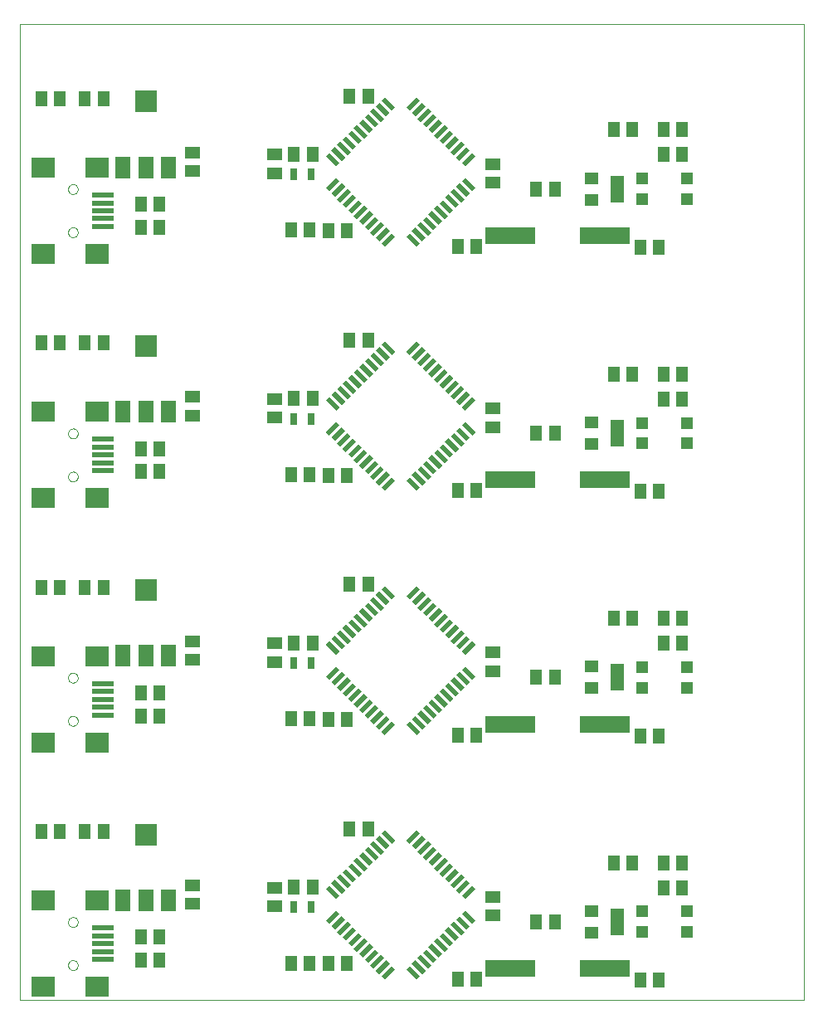
<source format=gtp>
G75*
G70*
%OFA0B0*%
%FSLAX24Y24*%
%IPPOS*%
%LPD*%
%AMOC8*
5,1,8,0,0,1.08239X$1,22.5*
%
%ADD10C,0.0000*%
%ADD11R,0.0591X0.0197*%
%ADD12R,0.0197X0.0591*%
%ADD13R,0.0512X0.0591*%
%ADD14R,0.0591X0.0512*%
%ADD15R,0.0512X0.0630*%
%ADD16R,0.0945X0.0787*%
%ADD17R,0.0909X0.0197*%
%ADD18R,0.2000X0.0700*%
%ADD19R,0.0315X0.0472*%
%ADD20R,0.0600X0.0900*%
%ADD21R,0.0900X0.0900*%
%ADD22R,0.0472X0.0472*%
%ADD23R,0.0551X0.1102*%
%ADD24R,0.0551X0.0472*%
D10*
X000202Y000141D02*
X000202Y039324D01*
X031698Y039324D01*
X031698Y000141D01*
X000202Y000141D01*
X002148Y001525D02*
X002150Y001552D01*
X002156Y001579D01*
X002165Y001605D01*
X002178Y001629D01*
X002194Y001652D01*
X002213Y001671D01*
X002235Y001688D01*
X002259Y001702D01*
X002284Y001712D01*
X002311Y001719D01*
X002338Y001722D01*
X002366Y001721D01*
X002393Y001716D01*
X002419Y001708D01*
X002443Y001696D01*
X002466Y001680D01*
X002487Y001662D01*
X002504Y001641D01*
X002519Y001617D01*
X002530Y001592D01*
X002538Y001566D01*
X002542Y001539D01*
X002542Y001511D01*
X002538Y001484D01*
X002530Y001458D01*
X002519Y001433D01*
X002504Y001409D01*
X002487Y001388D01*
X002466Y001370D01*
X002444Y001354D01*
X002419Y001342D01*
X002393Y001334D01*
X002366Y001329D01*
X002338Y001328D01*
X002311Y001331D01*
X002284Y001338D01*
X002259Y001348D01*
X002235Y001362D01*
X002213Y001379D01*
X002194Y001398D01*
X002178Y001421D01*
X002165Y001445D01*
X002156Y001471D01*
X002150Y001498D01*
X002148Y001525D01*
X002148Y003257D02*
X002150Y003284D01*
X002156Y003311D01*
X002165Y003337D01*
X002178Y003361D01*
X002194Y003384D01*
X002213Y003403D01*
X002235Y003420D01*
X002259Y003434D01*
X002284Y003444D01*
X002311Y003451D01*
X002338Y003454D01*
X002366Y003453D01*
X002393Y003448D01*
X002419Y003440D01*
X002443Y003428D01*
X002466Y003412D01*
X002487Y003394D01*
X002504Y003373D01*
X002519Y003349D01*
X002530Y003324D01*
X002538Y003298D01*
X002542Y003271D01*
X002542Y003243D01*
X002538Y003216D01*
X002530Y003190D01*
X002519Y003165D01*
X002504Y003141D01*
X002487Y003120D01*
X002466Y003102D01*
X002444Y003086D01*
X002419Y003074D01*
X002393Y003066D01*
X002366Y003061D01*
X002338Y003060D01*
X002311Y003063D01*
X002284Y003070D01*
X002259Y003080D01*
X002235Y003094D01*
X002213Y003111D01*
X002194Y003130D01*
X002178Y003153D01*
X002165Y003177D01*
X002156Y003203D01*
X002150Y003230D01*
X002148Y003257D01*
X002148Y011337D02*
X002150Y011364D01*
X002156Y011391D01*
X002165Y011417D01*
X002178Y011441D01*
X002194Y011464D01*
X002213Y011483D01*
X002235Y011500D01*
X002259Y011514D01*
X002284Y011524D01*
X002311Y011531D01*
X002338Y011534D01*
X002366Y011533D01*
X002393Y011528D01*
X002419Y011520D01*
X002443Y011508D01*
X002466Y011492D01*
X002487Y011474D01*
X002504Y011453D01*
X002519Y011429D01*
X002530Y011404D01*
X002538Y011378D01*
X002542Y011351D01*
X002542Y011323D01*
X002538Y011296D01*
X002530Y011270D01*
X002519Y011245D01*
X002504Y011221D01*
X002487Y011200D01*
X002466Y011182D01*
X002444Y011166D01*
X002419Y011154D01*
X002393Y011146D01*
X002366Y011141D01*
X002338Y011140D01*
X002311Y011143D01*
X002284Y011150D01*
X002259Y011160D01*
X002235Y011174D01*
X002213Y011191D01*
X002194Y011210D01*
X002178Y011233D01*
X002165Y011257D01*
X002156Y011283D01*
X002150Y011310D01*
X002148Y011337D01*
X002148Y013070D02*
X002150Y013097D01*
X002156Y013124D01*
X002165Y013150D01*
X002178Y013174D01*
X002194Y013197D01*
X002213Y013216D01*
X002235Y013233D01*
X002259Y013247D01*
X002284Y013257D01*
X002311Y013264D01*
X002338Y013267D01*
X002366Y013266D01*
X002393Y013261D01*
X002419Y013253D01*
X002443Y013241D01*
X002466Y013225D01*
X002487Y013207D01*
X002504Y013186D01*
X002519Y013162D01*
X002530Y013137D01*
X002538Y013111D01*
X002542Y013084D01*
X002542Y013056D01*
X002538Y013029D01*
X002530Y013003D01*
X002519Y012978D01*
X002504Y012954D01*
X002487Y012933D01*
X002466Y012915D01*
X002444Y012899D01*
X002419Y012887D01*
X002393Y012879D01*
X002366Y012874D01*
X002338Y012873D01*
X002311Y012876D01*
X002284Y012883D01*
X002259Y012893D01*
X002235Y012907D01*
X002213Y012924D01*
X002194Y012943D01*
X002178Y012966D01*
X002165Y012990D01*
X002156Y013016D01*
X002150Y013043D01*
X002148Y013070D01*
X002148Y021150D02*
X002150Y021177D01*
X002156Y021204D01*
X002165Y021230D01*
X002178Y021254D01*
X002194Y021277D01*
X002213Y021296D01*
X002235Y021313D01*
X002259Y021327D01*
X002284Y021337D01*
X002311Y021344D01*
X002338Y021347D01*
X002366Y021346D01*
X002393Y021341D01*
X002419Y021333D01*
X002443Y021321D01*
X002466Y021305D01*
X002487Y021287D01*
X002504Y021266D01*
X002519Y021242D01*
X002530Y021217D01*
X002538Y021191D01*
X002542Y021164D01*
X002542Y021136D01*
X002538Y021109D01*
X002530Y021083D01*
X002519Y021058D01*
X002504Y021034D01*
X002487Y021013D01*
X002466Y020995D01*
X002444Y020979D01*
X002419Y020967D01*
X002393Y020959D01*
X002366Y020954D01*
X002338Y020953D01*
X002311Y020956D01*
X002284Y020963D01*
X002259Y020973D01*
X002235Y020987D01*
X002213Y021004D01*
X002194Y021023D01*
X002178Y021046D01*
X002165Y021070D01*
X002156Y021096D01*
X002150Y021123D01*
X002148Y021150D01*
X002148Y022882D02*
X002150Y022909D01*
X002156Y022936D01*
X002165Y022962D01*
X002178Y022986D01*
X002194Y023009D01*
X002213Y023028D01*
X002235Y023045D01*
X002259Y023059D01*
X002284Y023069D01*
X002311Y023076D01*
X002338Y023079D01*
X002366Y023078D01*
X002393Y023073D01*
X002419Y023065D01*
X002443Y023053D01*
X002466Y023037D01*
X002487Y023019D01*
X002504Y022998D01*
X002519Y022974D01*
X002530Y022949D01*
X002538Y022923D01*
X002542Y022896D01*
X002542Y022868D01*
X002538Y022841D01*
X002530Y022815D01*
X002519Y022790D01*
X002504Y022766D01*
X002487Y022745D01*
X002466Y022727D01*
X002444Y022711D01*
X002419Y022699D01*
X002393Y022691D01*
X002366Y022686D01*
X002338Y022685D01*
X002311Y022688D01*
X002284Y022695D01*
X002259Y022705D01*
X002235Y022719D01*
X002213Y022736D01*
X002194Y022755D01*
X002178Y022778D01*
X002165Y022802D01*
X002156Y022828D01*
X002150Y022855D01*
X002148Y022882D01*
X002148Y030962D02*
X002150Y030989D01*
X002156Y031016D01*
X002165Y031042D01*
X002178Y031066D01*
X002194Y031089D01*
X002213Y031108D01*
X002235Y031125D01*
X002259Y031139D01*
X002284Y031149D01*
X002311Y031156D01*
X002338Y031159D01*
X002366Y031158D01*
X002393Y031153D01*
X002419Y031145D01*
X002443Y031133D01*
X002466Y031117D01*
X002487Y031099D01*
X002504Y031078D01*
X002519Y031054D01*
X002530Y031029D01*
X002538Y031003D01*
X002542Y030976D01*
X002542Y030948D01*
X002538Y030921D01*
X002530Y030895D01*
X002519Y030870D01*
X002504Y030846D01*
X002487Y030825D01*
X002466Y030807D01*
X002444Y030791D01*
X002419Y030779D01*
X002393Y030771D01*
X002366Y030766D01*
X002338Y030765D01*
X002311Y030768D01*
X002284Y030775D01*
X002259Y030785D01*
X002235Y030799D01*
X002213Y030816D01*
X002194Y030835D01*
X002178Y030858D01*
X002165Y030882D01*
X002156Y030908D01*
X002150Y030935D01*
X002148Y030962D01*
X002148Y032695D02*
X002150Y032722D01*
X002156Y032749D01*
X002165Y032775D01*
X002178Y032799D01*
X002194Y032822D01*
X002213Y032841D01*
X002235Y032858D01*
X002259Y032872D01*
X002284Y032882D01*
X002311Y032889D01*
X002338Y032892D01*
X002366Y032891D01*
X002393Y032886D01*
X002419Y032878D01*
X002443Y032866D01*
X002466Y032850D01*
X002487Y032832D01*
X002504Y032811D01*
X002519Y032787D01*
X002530Y032762D01*
X002538Y032736D01*
X002542Y032709D01*
X002542Y032681D01*
X002538Y032654D01*
X002530Y032628D01*
X002519Y032603D01*
X002504Y032579D01*
X002487Y032558D01*
X002466Y032540D01*
X002444Y032524D01*
X002419Y032512D01*
X002393Y032504D01*
X002366Y032499D01*
X002338Y032498D01*
X002311Y032501D01*
X002284Y032508D01*
X002259Y032518D01*
X002235Y032532D01*
X002213Y032549D01*
X002194Y032568D01*
X002178Y032591D01*
X002165Y032615D01*
X002156Y032641D01*
X002150Y032668D01*
X002148Y032695D01*
D11*
G36*
X013062Y033030D02*
X012646Y032614D01*
X012508Y032752D01*
X012924Y033168D01*
X013062Y033030D01*
G37*
G36*
X013285Y032807D02*
X012869Y032391D01*
X012731Y032529D01*
X013147Y032945D01*
X013285Y032807D01*
G37*
G36*
X013508Y032584D02*
X013092Y032168D01*
X012954Y032306D01*
X013370Y032722D01*
X013508Y032584D01*
G37*
G36*
X013730Y032362D02*
X013314Y031946D01*
X013176Y032084D01*
X013592Y032500D01*
X013730Y032362D01*
G37*
G36*
X013953Y032139D02*
X013537Y031723D01*
X013399Y031861D01*
X013815Y032277D01*
X013953Y032139D01*
G37*
G36*
X014176Y031916D02*
X013760Y031500D01*
X013622Y031638D01*
X014038Y032054D01*
X014176Y031916D01*
G37*
G36*
X014398Y031693D02*
X013982Y031277D01*
X013844Y031415D01*
X014260Y031831D01*
X014398Y031693D01*
G37*
G36*
X014621Y031471D02*
X014205Y031055D01*
X014067Y031193D01*
X014483Y031609D01*
X014621Y031471D01*
G37*
G36*
X014844Y031248D02*
X014428Y030832D01*
X014290Y030970D01*
X014706Y031386D01*
X014844Y031248D01*
G37*
G36*
X015067Y031025D02*
X014651Y030609D01*
X014513Y030747D01*
X014929Y031163D01*
X015067Y031025D01*
G37*
G36*
X015289Y030803D02*
X014873Y030387D01*
X014735Y030525D01*
X015151Y030941D01*
X015289Y030803D01*
G37*
G36*
X018296Y034255D02*
X017880Y033839D01*
X017742Y033977D01*
X018158Y034393D01*
X018296Y034255D01*
G37*
G36*
X018519Y034032D02*
X018103Y033616D01*
X017965Y033754D01*
X018381Y034170D01*
X018519Y034032D01*
G37*
G36*
X018073Y034477D02*
X017657Y034061D01*
X017519Y034199D01*
X017935Y034615D01*
X018073Y034477D01*
G37*
G36*
X017850Y034700D02*
X017434Y034284D01*
X017296Y034422D01*
X017712Y034838D01*
X017850Y034700D01*
G37*
G36*
X017628Y034923D02*
X017212Y034507D01*
X017074Y034645D01*
X017490Y035061D01*
X017628Y034923D01*
G37*
G36*
X017405Y035145D02*
X016989Y034729D01*
X016851Y034867D01*
X017267Y035283D01*
X017405Y035145D01*
G37*
G36*
X017182Y035368D02*
X016766Y034952D01*
X016628Y035090D01*
X017044Y035506D01*
X017182Y035368D01*
G37*
G36*
X016960Y035591D02*
X016544Y035175D01*
X016406Y035313D01*
X016822Y035729D01*
X016960Y035591D01*
G37*
G36*
X016737Y035814D02*
X016321Y035398D01*
X016183Y035536D01*
X016599Y035952D01*
X016737Y035814D01*
G37*
G36*
X016514Y036036D02*
X016098Y035620D01*
X015960Y035758D01*
X016376Y036174D01*
X016514Y036036D01*
G37*
G36*
X016291Y036259D02*
X015875Y035843D01*
X015737Y035981D01*
X016153Y036397D01*
X016291Y036259D01*
G37*
G36*
X016291Y026446D02*
X015875Y026030D01*
X015737Y026168D01*
X016153Y026584D01*
X016291Y026446D01*
G37*
G36*
X016514Y026224D02*
X016098Y025808D01*
X015960Y025946D01*
X016376Y026362D01*
X016514Y026224D01*
G37*
G36*
X016737Y026001D02*
X016321Y025585D01*
X016183Y025723D01*
X016599Y026139D01*
X016737Y026001D01*
G37*
G36*
X016960Y025778D02*
X016544Y025362D01*
X016406Y025500D01*
X016822Y025916D01*
X016960Y025778D01*
G37*
G36*
X017182Y025556D02*
X016766Y025140D01*
X016628Y025278D01*
X017044Y025694D01*
X017182Y025556D01*
G37*
G36*
X017405Y025333D02*
X016989Y024917D01*
X016851Y025055D01*
X017267Y025471D01*
X017405Y025333D01*
G37*
G36*
X017628Y025110D02*
X017212Y024694D01*
X017074Y024832D01*
X017490Y025248D01*
X017628Y025110D01*
G37*
G36*
X017850Y024888D02*
X017434Y024472D01*
X017296Y024610D01*
X017712Y025026D01*
X017850Y024888D01*
G37*
G36*
X018073Y024665D02*
X017657Y024249D01*
X017519Y024387D01*
X017935Y024803D01*
X018073Y024665D01*
G37*
G36*
X018296Y024442D02*
X017880Y024026D01*
X017742Y024164D01*
X018158Y024580D01*
X018296Y024442D01*
G37*
G36*
X018519Y024219D02*
X018103Y023803D01*
X017965Y023941D01*
X018381Y024357D01*
X018519Y024219D01*
G37*
G36*
X015289Y020990D02*
X014873Y020574D01*
X014735Y020712D01*
X015151Y021128D01*
X015289Y020990D01*
G37*
G36*
X015067Y021213D02*
X014651Y020797D01*
X014513Y020935D01*
X014929Y021351D01*
X015067Y021213D01*
G37*
G36*
X014844Y021435D02*
X014428Y021019D01*
X014290Y021157D01*
X014706Y021573D01*
X014844Y021435D01*
G37*
G36*
X014621Y021658D02*
X014205Y021242D01*
X014067Y021380D01*
X014483Y021796D01*
X014621Y021658D01*
G37*
G36*
X014398Y021881D02*
X013982Y021465D01*
X013844Y021603D01*
X014260Y022019D01*
X014398Y021881D01*
G37*
G36*
X014176Y022104D02*
X013760Y021688D01*
X013622Y021826D01*
X014038Y022242D01*
X014176Y022104D01*
G37*
G36*
X013953Y022326D02*
X013537Y021910D01*
X013399Y022048D01*
X013815Y022464D01*
X013953Y022326D01*
G37*
G36*
X013730Y022549D02*
X013314Y022133D01*
X013176Y022271D01*
X013592Y022687D01*
X013730Y022549D01*
G37*
G36*
X013508Y022772D02*
X013092Y022356D01*
X012954Y022494D01*
X013370Y022910D01*
X013508Y022772D01*
G37*
G36*
X013285Y022994D02*
X012869Y022578D01*
X012731Y022716D01*
X013147Y023132D01*
X013285Y022994D01*
G37*
G36*
X013062Y023217D02*
X012646Y022801D01*
X012508Y022939D01*
X012924Y023355D01*
X013062Y023217D01*
G37*
G36*
X016291Y016634D02*
X015875Y016218D01*
X015737Y016356D01*
X016153Y016772D01*
X016291Y016634D01*
G37*
G36*
X016514Y016411D02*
X016098Y015995D01*
X015960Y016133D01*
X016376Y016549D01*
X016514Y016411D01*
G37*
G36*
X016737Y016189D02*
X016321Y015773D01*
X016183Y015911D01*
X016599Y016327D01*
X016737Y016189D01*
G37*
G36*
X016960Y015966D02*
X016544Y015550D01*
X016406Y015688D01*
X016822Y016104D01*
X016960Y015966D01*
G37*
G36*
X017182Y015743D02*
X016766Y015327D01*
X016628Y015465D01*
X017044Y015881D01*
X017182Y015743D01*
G37*
G36*
X017405Y015520D02*
X016989Y015104D01*
X016851Y015242D01*
X017267Y015658D01*
X017405Y015520D01*
G37*
G36*
X017628Y015298D02*
X017212Y014882D01*
X017074Y015020D01*
X017490Y015436D01*
X017628Y015298D01*
G37*
G36*
X017850Y015075D02*
X017434Y014659D01*
X017296Y014797D01*
X017712Y015213D01*
X017850Y015075D01*
G37*
G36*
X018073Y014852D02*
X017657Y014436D01*
X017519Y014574D01*
X017935Y014990D01*
X018073Y014852D01*
G37*
G36*
X018296Y014630D02*
X017880Y014214D01*
X017742Y014352D01*
X018158Y014768D01*
X018296Y014630D01*
G37*
G36*
X018519Y014407D02*
X018103Y013991D01*
X017965Y014129D01*
X018381Y014545D01*
X018519Y014407D01*
G37*
G36*
X015289Y011178D02*
X014873Y010762D01*
X014735Y010900D01*
X015151Y011316D01*
X015289Y011178D01*
G37*
G36*
X015067Y011400D02*
X014651Y010984D01*
X014513Y011122D01*
X014929Y011538D01*
X015067Y011400D01*
G37*
G36*
X014844Y011623D02*
X014428Y011207D01*
X014290Y011345D01*
X014706Y011761D01*
X014844Y011623D01*
G37*
G36*
X014621Y011846D02*
X014205Y011430D01*
X014067Y011568D01*
X014483Y011984D01*
X014621Y011846D01*
G37*
G36*
X014398Y012068D02*
X013982Y011652D01*
X013844Y011790D01*
X014260Y012206D01*
X014398Y012068D01*
G37*
G36*
X014176Y012291D02*
X013760Y011875D01*
X013622Y012013D01*
X014038Y012429D01*
X014176Y012291D01*
G37*
G36*
X013953Y012514D02*
X013537Y012098D01*
X013399Y012236D01*
X013815Y012652D01*
X013953Y012514D01*
G37*
G36*
X013730Y012737D02*
X013314Y012321D01*
X013176Y012459D01*
X013592Y012875D01*
X013730Y012737D01*
G37*
G36*
X013508Y012959D02*
X013092Y012543D01*
X012954Y012681D01*
X013370Y013097D01*
X013508Y012959D01*
G37*
G36*
X013285Y013182D02*
X012869Y012766D01*
X012731Y012904D01*
X013147Y013320D01*
X013285Y013182D01*
G37*
G36*
X013062Y013405D02*
X012646Y012989D01*
X012508Y013127D01*
X012924Y013543D01*
X013062Y013405D01*
G37*
G36*
X016291Y006821D02*
X015875Y006405D01*
X015737Y006543D01*
X016153Y006959D01*
X016291Y006821D01*
G37*
G36*
X016514Y006599D02*
X016098Y006183D01*
X015960Y006321D01*
X016376Y006737D01*
X016514Y006599D01*
G37*
G36*
X016737Y006376D02*
X016321Y005960D01*
X016183Y006098D01*
X016599Y006514D01*
X016737Y006376D01*
G37*
G36*
X016960Y006153D02*
X016544Y005737D01*
X016406Y005875D01*
X016822Y006291D01*
X016960Y006153D01*
G37*
G36*
X017182Y005931D02*
X016766Y005515D01*
X016628Y005653D01*
X017044Y006069D01*
X017182Y005931D01*
G37*
G36*
X017405Y005708D02*
X016989Y005292D01*
X016851Y005430D01*
X017267Y005846D01*
X017405Y005708D01*
G37*
G36*
X017628Y005485D02*
X017212Y005069D01*
X017074Y005207D01*
X017490Y005623D01*
X017628Y005485D01*
G37*
G36*
X017850Y005263D02*
X017434Y004847D01*
X017296Y004985D01*
X017712Y005401D01*
X017850Y005263D01*
G37*
G36*
X018073Y005040D02*
X017657Y004624D01*
X017519Y004762D01*
X017935Y005178D01*
X018073Y005040D01*
G37*
G36*
X018296Y004817D02*
X017880Y004401D01*
X017742Y004539D01*
X018158Y004955D01*
X018296Y004817D01*
G37*
G36*
X018519Y004594D02*
X018103Y004178D01*
X017965Y004316D01*
X018381Y004732D01*
X018519Y004594D01*
G37*
G36*
X015289Y001365D02*
X014873Y000949D01*
X014735Y001087D01*
X015151Y001503D01*
X015289Y001365D01*
G37*
G36*
X015067Y001588D02*
X014651Y001172D01*
X014513Y001310D01*
X014929Y001726D01*
X015067Y001588D01*
G37*
G36*
X014844Y001810D02*
X014428Y001394D01*
X014290Y001532D01*
X014706Y001948D01*
X014844Y001810D01*
G37*
G36*
X014621Y002033D02*
X014205Y001617D01*
X014067Y001755D01*
X014483Y002171D01*
X014621Y002033D01*
G37*
G36*
X014398Y002256D02*
X013982Y001840D01*
X013844Y001978D01*
X014260Y002394D01*
X014398Y002256D01*
G37*
G36*
X014176Y002479D02*
X013760Y002063D01*
X013622Y002201D01*
X014038Y002617D01*
X014176Y002479D01*
G37*
G36*
X013953Y002701D02*
X013537Y002285D01*
X013399Y002423D01*
X013815Y002839D01*
X013953Y002701D01*
G37*
G36*
X013730Y002924D02*
X013314Y002508D01*
X013176Y002646D01*
X013592Y003062D01*
X013730Y002924D01*
G37*
G36*
X013508Y003147D02*
X013092Y002731D01*
X012954Y002869D01*
X013370Y003285D01*
X013508Y003147D01*
G37*
G36*
X013285Y003369D02*
X012869Y002953D01*
X012731Y003091D01*
X013147Y003507D01*
X013285Y003369D01*
G37*
G36*
X013062Y003592D02*
X012646Y003176D01*
X012508Y003314D01*
X012924Y003730D01*
X013062Y003592D01*
G37*
D12*
G36*
X013062Y004316D02*
X012924Y004178D01*
X012508Y004594D01*
X012646Y004732D01*
X013062Y004316D01*
G37*
G36*
X013285Y004539D02*
X013147Y004401D01*
X012731Y004817D01*
X012869Y004955D01*
X013285Y004539D01*
G37*
G36*
X013508Y004762D02*
X013370Y004624D01*
X012954Y005040D01*
X013092Y005178D01*
X013508Y004762D01*
G37*
G36*
X013730Y004985D02*
X013592Y004847D01*
X013176Y005263D01*
X013314Y005401D01*
X013730Y004985D01*
G37*
G36*
X013953Y005207D02*
X013815Y005069D01*
X013399Y005485D01*
X013537Y005623D01*
X013953Y005207D01*
G37*
G36*
X014176Y005430D02*
X014038Y005292D01*
X013622Y005708D01*
X013760Y005846D01*
X014176Y005430D01*
G37*
G36*
X014398Y005653D02*
X014260Y005515D01*
X013844Y005931D01*
X013982Y006069D01*
X014398Y005653D01*
G37*
G36*
X014621Y005875D02*
X014483Y005737D01*
X014067Y006153D01*
X014205Y006291D01*
X014621Y005875D01*
G37*
G36*
X014844Y006098D02*
X014706Y005960D01*
X014290Y006376D01*
X014428Y006514D01*
X014844Y006098D01*
G37*
G36*
X015067Y006321D02*
X014929Y006183D01*
X014513Y006599D01*
X014651Y006737D01*
X015067Y006321D01*
G37*
G36*
X015289Y006543D02*
X015151Y006405D01*
X014735Y006821D01*
X014873Y006959D01*
X015289Y006543D01*
G37*
G36*
X018519Y003314D02*
X018381Y003176D01*
X017965Y003592D01*
X018103Y003730D01*
X018519Y003314D01*
G37*
G36*
X018296Y003091D02*
X018158Y002953D01*
X017742Y003369D01*
X017880Y003507D01*
X018296Y003091D01*
G37*
G36*
X018073Y002869D02*
X017935Y002731D01*
X017519Y003147D01*
X017657Y003285D01*
X018073Y002869D01*
G37*
G36*
X017850Y002646D02*
X017712Y002508D01*
X017296Y002924D01*
X017434Y003062D01*
X017850Y002646D01*
G37*
G36*
X017628Y002423D02*
X017490Y002285D01*
X017074Y002701D01*
X017212Y002839D01*
X017628Y002423D01*
G37*
G36*
X017405Y002201D02*
X017267Y002063D01*
X016851Y002479D01*
X016989Y002617D01*
X017405Y002201D01*
G37*
G36*
X017182Y001978D02*
X017044Y001840D01*
X016628Y002256D01*
X016766Y002394D01*
X017182Y001978D01*
G37*
G36*
X016960Y001755D02*
X016822Y001617D01*
X016406Y002033D01*
X016544Y002171D01*
X016960Y001755D01*
G37*
G36*
X016737Y001532D02*
X016599Y001394D01*
X016183Y001810D01*
X016321Y001948D01*
X016737Y001532D01*
G37*
G36*
X016514Y001310D02*
X016376Y001172D01*
X015960Y001588D01*
X016098Y001726D01*
X016514Y001310D01*
G37*
G36*
X016291Y001087D02*
X016153Y000949D01*
X015737Y001365D01*
X015875Y001503D01*
X016291Y001087D01*
G37*
G36*
X016291Y010900D02*
X016153Y010762D01*
X015737Y011178D01*
X015875Y011316D01*
X016291Y010900D01*
G37*
G36*
X016514Y011122D02*
X016376Y010984D01*
X015960Y011400D01*
X016098Y011538D01*
X016514Y011122D01*
G37*
G36*
X016737Y011345D02*
X016599Y011207D01*
X016183Y011623D01*
X016321Y011761D01*
X016737Y011345D01*
G37*
G36*
X016960Y011568D02*
X016822Y011430D01*
X016406Y011846D01*
X016544Y011984D01*
X016960Y011568D01*
G37*
G36*
X017182Y011790D02*
X017044Y011652D01*
X016628Y012068D01*
X016766Y012206D01*
X017182Y011790D01*
G37*
G36*
X017405Y012013D02*
X017267Y011875D01*
X016851Y012291D01*
X016989Y012429D01*
X017405Y012013D01*
G37*
G36*
X017628Y012236D02*
X017490Y012098D01*
X017074Y012514D01*
X017212Y012652D01*
X017628Y012236D01*
G37*
G36*
X017850Y012459D02*
X017712Y012321D01*
X017296Y012737D01*
X017434Y012875D01*
X017850Y012459D01*
G37*
G36*
X018073Y012681D02*
X017935Y012543D01*
X017519Y012959D01*
X017657Y013097D01*
X018073Y012681D01*
G37*
G36*
X018296Y012904D02*
X018158Y012766D01*
X017742Y013182D01*
X017880Y013320D01*
X018296Y012904D01*
G37*
G36*
X018519Y013127D02*
X018381Y012989D01*
X017965Y013405D01*
X018103Y013543D01*
X018519Y013127D01*
G37*
G36*
X015289Y016356D02*
X015151Y016218D01*
X014735Y016634D01*
X014873Y016772D01*
X015289Y016356D01*
G37*
G36*
X015067Y016133D02*
X014929Y015995D01*
X014513Y016411D01*
X014651Y016549D01*
X015067Y016133D01*
G37*
G36*
X014844Y015911D02*
X014706Y015773D01*
X014290Y016189D01*
X014428Y016327D01*
X014844Y015911D01*
G37*
G36*
X014621Y015688D02*
X014483Y015550D01*
X014067Y015966D01*
X014205Y016104D01*
X014621Y015688D01*
G37*
G36*
X014398Y015465D02*
X014260Y015327D01*
X013844Y015743D01*
X013982Y015881D01*
X014398Y015465D01*
G37*
G36*
X014176Y015242D02*
X014038Y015104D01*
X013622Y015520D01*
X013760Y015658D01*
X014176Y015242D01*
G37*
G36*
X013953Y015020D02*
X013815Y014882D01*
X013399Y015298D01*
X013537Y015436D01*
X013953Y015020D01*
G37*
G36*
X013730Y014797D02*
X013592Y014659D01*
X013176Y015075D01*
X013314Y015213D01*
X013730Y014797D01*
G37*
G36*
X013508Y014574D02*
X013370Y014436D01*
X012954Y014852D01*
X013092Y014990D01*
X013508Y014574D01*
G37*
G36*
X013285Y014352D02*
X013147Y014214D01*
X012731Y014630D01*
X012869Y014768D01*
X013285Y014352D01*
G37*
G36*
X013062Y014129D02*
X012924Y013991D01*
X012508Y014407D01*
X012646Y014545D01*
X013062Y014129D01*
G37*
G36*
X016291Y020712D02*
X016153Y020574D01*
X015737Y020990D01*
X015875Y021128D01*
X016291Y020712D01*
G37*
G36*
X016514Y020935D02*
X016376Y020797D01*
X015960Y021213D01*
X016098Y021351D01*
X016514Y020935D01*
G37*
G36*
X016737Y021157D02*
X016599Y021019D01*
X016183Y021435D01*
X016321Y021573D01*
X016737Y021157D01*
G37*
G36*
X016960Y021380D02*
X016822Y021242D01*
X016406Y021658D01*
X016544Y021796D01*
X016960Y021380D01*
G37*
G36*
X017182Y021603D02*
X017044Y021465D01*
X016628Y021881D01*
X016766Y022019D01*
X017182Y021603D01*
G37*
G36*
X017405Y021826D02*
X017267Y021688D01*
X016851Y022104D01*
X016989Y022242D01*
X017405Y021826D01*
G37*
G36*
X017628Y022048D02*
X017490Y021910D01*
X017074Y022326D01*
X017212Y022464D01*
X017628Y022048D01*
G37*
G36*
X017850Y022271D02*
X017712Y022133D01*
X017296Y022549D01*
X017434Y022687D01*
X017850Y022271D01*
G37*
G36*
X018073Y022494D02*
X017935Y022356D01*
X017519Y022772D01*
X017657Y022910D01*
X018073Y022494D01*
G37*
G36*
X018296Y022716D02*
X018158Y022578D01*
X017742Y022994D01*
X017880Y023132D01*
X018296Y022716D01*
G37*
G36*
X018519Y022939D02*
X018381Y022801D01*
X017965Y023217D01*
X018103Y023355D01*
X018519Y022939D01*
G37*
G36*
X015289Y026168D02*
X015151Y026030D01*
X014735Y026446D01*
X014873Y026584D01*
X015289Y026168D01*
G37*
G36*
X015067Y025946D02*
X014929Y025808D01*
X014513Y026224D01*
X014651Y026362D01*
X015067Y025946D01*
G37*
G36*
X014844Y025723D02*
X014706Y025585D01*
X014290Y026001D01*
X014428Y026139D01*
X014844Y025723D01*
G37*
G36*
X014621Y025500D02*
X014483Y025362D01*
X014067Y025778D01*
X014205Y025916D01*
X014621Y025500D01*
G37*
G36*
X014398Y025278D02*
X014260Y025140D01*
X013844Y025556D01*
X013982Y025694D01*
X014398Y025278D01*
G37*
G36*
X014176Y025055D02*
X014038Y024917D01*
X013622Y025333D01*
X013760Y025471D01*
X014176Y025055D01*
G37*
G36*
X013953Y024832D02*
X013815Y024694D01*
X013399Y025110D01*
X013537Y025248D01*
X013953Y024832D01*
G37*
G36*
X013730Y024610D02*
X013592Y024472D01*
X013176Y024888D01*
X013314Y025026D01*
X013730Y024610D01*
G37*
G36*
X013508Y024387D02*
X013370Y024249D01*
X012954Y024665D01*
X013092Y024803D01*
X013508Y024387D01*
G37*
G36*
X013285Y024164D02*
X013147Y024026D01*
X012731Y024442D01*
X012869Y024580D01*
X013285Y024164D01*
G37*
G36*
X013062Y023941D02*
X012924Y023803D01*
X012508Y024219D01*
X012646Y024357D01*
X013062Y023941D01*
G37*
G36*
X016291Y030525D02*
X016153Y030387D01*
X015737Y030803D01*
X015875Y030941D01*
X016291Y030525D01*
G37*
G36*
X016514Y030747D02*
X016376Y030609D01*
X015960Y031025D01*
X016098Y031163D01*
X016514Y030747D01*
G37*
G36*
X016737Y030970D02*
X016599Y030832D01*
X016183Y031248D01*
X016321Y031386D01*
X016737Y030970D01*
G37*
G36*
X016960Y031193D02*
X016822Y031055D01*
X016406Y031471D01*
X016544Y031609D01*
X016960Y031193D01*
G37*
G36*
X017182Y031415D02*
X017044Y031277D01*
X016628Y031693D01*
X016766Y031831D01*
X017182Y031415D01*
G37*
G36*
X017405Y031638D02*
X017267Y031500D01*
X016851Y031916D01*
X016989Y032054D01*
X017405Y031638D01*
G37*
G36*
X017628Y031861D02*
X017490Y031723D01*
X017074Y032139D01*
X017212Y032277D01*
X017628Y031861D01*
G37*
G36*
X017850Y032084D02*
X017712Y031946D01*
X017296Y032362D01*
X017434Y032500D01*
X017850Y032084D01*
G37*
G36*
X018073Y032306D02*
X017935Y032168D01*
X017519Y032584D01*
X017657Y032722D01*
X018073Y032306D01*
G37*
G36*
X018296Y032529D02*
X018158Y032391D01*
X017742Y032807D01*
X017880Y032945D01*
X018296Y032529D01*
G37*
G36*
X018519Y032752D02*
X018381Y032614D01*
X017965Y033030D01*
X018103Y033168D01*
X018519Y032752D01*
G37*
G36*
X015289Y035981D02*
X015151Y035843D01*
X014735Y036259D01*
X014873Y036397D01*
X015289Y035981D01*
G37*
G36*
X015067Y035758D02*
X014929Y035620D01*
X014513Y036036D01*
X014651Y036174D01*
X015067Y035758D01*
G37*
G36*
X014844Y035536D02*
X014706Y035398D01*
X014290Y035814D01*
X014428Y035952D01*
X014844Y035536D01*
G37*
G36*
X014621Y035313D02*
X014483Y035175D01*
X014067Y035591D01*
X014205Y035729D01*
X014621Y035313D01*
G37*
G36*
X014398Y035090D02*
X014260Y034952D01*
X013844Y035368D01*
X013982Y035506D01*
X014398Y035090D01*
G37*
G36*
X014176Y034867D02*
X014038Y034729D01*
X013622Y035145D01*
X013760Y035283D01*
X014176Y034867D01*
G37*
G36*
X013953Y034645D02*
X013815Y034507D01*
X013399Y034923D01*
X013537Y035061D01*
X013953Y034645D01*
G37*
G36*
X013730Y034422D02*
X013592Y034284D01*
X013176Y034700D01*
X013314Y034838D01*
X013730Y034422D01*
G37*
G36*
X013508Y034199D02*
X013370Y034061D01*
X012954Y034477D01*
X013092Y034615D01*
X013508Y034199D01*
G37*
G36*
X013285Y033977D02*
X013147Y033839D01*
X012731Y034255D01*
X012869Y034393D01*
X013285Y033977D01*
G37*
G36*
X013062Y033754D02*
X012924Y033616D01*
X012508Y034032D01*
X012646Y034170D01*
X013062Y033754D01*
G37*
D13*
X011966Y034094D03*
X011218Y034094D03*
X011108Y031049D03*
X011856Y031049D03*
X012603Y031019D03*
X013351Y031019D03*
X013463Y026631D03*
X014211Y026631D03*
X011966Y024281D03*
X011218Y024281D03*
X011108Y021236D03*
X011856Y021236D03*
X012603Y021206D03*
X013351Y021206D03*
X013463Y016819D03*
X014211Y016819D03*
X011966Y014469D03*
X011218Y014469D03*
X011108Y011424D03*
X011856Y011424D03*
X012603Y011394D03*
X013351Y011394D03*
X013463Y007006D03*
X014211Y007006D03*
X011966Y004656D03*
X011218Y004656D03*
X011108Y001611D03*
X011856Y001611D03*
X012603Y001581D03*
X013351Y001581D03*
X017803Y000961D03*
X018551Y000961D03*
X025133Y000931D03*
X025881Y000931D03*
X025881Y010744D03*
X025133Y010744D03*
X018551Y010774D03*
X017803Y010774D03*
X017803Y020586D03*
X018551Y020586D03*
X025133Y020556D03*
X025881Y020556D03*
X025881Y030369D03*
X025133Y030369D03*
X018551Y030399D03*
X017803Y030399D03*
X014211Y036444D03*
X013463Y036444D03*
X003576Y036329D03*
X002828Y036329D03*
X001826Y036329D03*
X001078Y036329D03*
X001078Y026516D03*
X001826Y026516D03*
X002828Y026516D03*
X003576Y026516D03*
X003576Y016704D03*
X002828Y016704D03*
X001826Y016704D03*
X001078Y016704D03*
X001078Y006891D03*
X001826Y006891D03*
X002828Y006891D03*
X003576Y006891D03*
D14*
X007147Y004730D03*
X007147Y003982D03*
X010452Y003892D03*
X010452Y004640D03*
X010452Y013705D03*
X010452Y014453D03*
X007147Y014543D03*
X007147Y013795D03*
X007147Y023607D03*
X007147Y024355D03*
X010452Y024265D03*
X010452Y023517D03*
X010452Y033330D03*
X010452Y034078D03*
X007147Y034168D03*
X007147Y033420D03*
X019202Y033703D03*
X019202Y032955D03*
X019202Y023890D03*
X019202Y023142D03*
X019202Y014078D03*
X019202Y013330D03*
X019202Y004265D03*
X019202Y003517D03*
D15*
X020953Y003266D03*
X021701Y003266D03*
X024078Y005641D03*
X024826Y005641D03*
X026078Y005641D03*
X026078Y004641D03*
X026826Y004641D03*
X026826Y005641D03*
X021701Y013079D03*
X020953Y013079D03*
X024078Y015454D03*
X024826Y015454D03*
X026078Y015454D03*
X026078Y014454D03*
X026826Y014454D03*
X026826Y015454D03*
X021701Y022891D03*
X020953Y022891D03*
X024078Y025266D03*
X024826Y025266D03*
X026078Y025266D03*
X026826Y025266D03*
X026826Y024266D03*
X026078Y024266D03*
X021701Y032704D03*
X020953Y032704D03*
X024078Y035079D03*
X024826Y035079D03*
X026078Y035079D03*
X026826Y035079D03*
X026826Y034079D03*
X026078Y034079D03*
X005826Y032089D03*
X005826Y031169D03*
X005078Y031169D03*
X005078Y032089D03*
X005078Y022276D03*
X005078Y021356D03*
X005826Y021356D03*
X005826Y022276D03*
X005826Y012464D03*
X005826Y011544D03*
X005078Y011544D03*
X005078Y012464D03*
X005078Y002651D03*
X005078Y001731D03*
X005826Y001731D03*
X005826Y002651D03*
D16*
X003330Y004123D03*
X001164Y004123D03*
X001164Y000659D03*
X003330Y000659D03*
X003330Y010471D03*
X001164Y010471D03*
X001164Y013936D03*
X003330Y013936D03*
X003330Y020284D03*
X001164Y020284D03*
X001164Y023748D03*
X003330Y023748D03*
X003330Y030096D03*
X001164Y030096D03*
X001164Y033561D03*
X003330Y033561D03*
D17*
X003552Y032459D03*
X003552Y032144D03*
X003552Y031829D03*
X003552Y031514D03*
X003552Y031199D03*
X003552Y022646D03*
X003552Y022331D03*
X003552Y022016D03*
X003552Y021701D03*
X003552Y021386D03*
X003552Y012834D03*
X003552Y012519D03*
X003552Y012204D03*
X003552Y011889D03*
X003552Y011574D03*
X003552Y003021D03*
X003552Y002706D03*
X003552Y002391D03*
X003552Y002076D03*
X003552Y001761D03*
D18*
X019927Y001391D03*
X023727Y001391D03*
X023727Y011204D03*
X019927Y011204D03*
X019927Y021016D03*
X023727Y021016D03*
X023727Y030829D03*
X019927Y030829D03*
D19*
X011916Y033289D03*
X011207Y033289D03*
X011207Y023476D03*
X011916Y023476D03*
X011916Y013664D03*
X011207Y013664D03*
X011207Y003851D03*
X011916Y003851D03*
D20*
X006175Y004134D03*
X005265Y004134D03*
X004355Y004134D03*
X004355Y013947D03*
X005265Y013947D03*
X006175Y013947D03*
X006175Y023759D03*
X005265Y023759D03*
X004355Y023759D03*
X004355Y033572D03*
X005265Y033572D03*
X006175Y033572D03*
D21*
X005265Y036212D03*
X005265Y026399D03*
X005265Y016587D03*
X005265Y006774D03*
D22*
X025202Y003679D03*
X025202Y002853D03*
X027014Y002853D03*
X027014Y003679D03*
X027014Y012665D03*
X027014Y013492D03*
X025202Y013492D03*
X025202Y012665D03*
X025202Y022478D03*
X025202Y023304D03*
X027014Y023304D03*
X027014Y022478D03*
X027014Y032290D03*
X027014Y033117D03*
X025202Y033117D03*
X025202Y032290D03*
D23*
X024213Y032704D03*
X024213Y022891D03*
X024213Y013079D03*
X024213Y003266D03*
D24*
X023190Y002833D03*
X023190Y003699D03*
X023190Y012646D03*
X023190Y013512D03*
X023190Y022458D03*
X023190Y023324D03*
X023190Y032271D03*
X023190Y033137D03*
M02*

</source>
